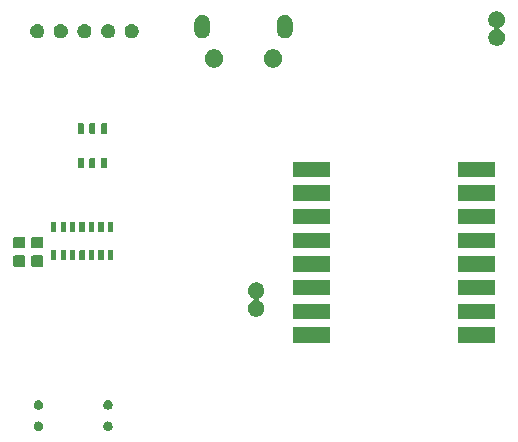
<source format=gbs>
G04 #@! TF.GenerationSoftware,KiCad,Pcbnew,(5.1.5)-3*
G04 #@! TF.CreationDate,2020-08-26T12:51:06+03:00*
G04 #@! TF.ProjectId,body_temp,626f6479-5f74-4656-9d70-2e6b69636164,rev?*
G04 #@! TF.SameCoordinates,Original*
G04 #@! TF.FileFunction,Soldermask,Bot*
G04 #@! TF.FilePolarity,Negative*
%FSLAX46Y46*%
G04 Gerber Fmt 4.6, Leading zero omitted, Abs format (unit mm)*
G04 Created by KiCad (PCBNEW (5.1.5)-3) date 2020-08-26 12:51:06*
%MOMM*%
%LPD*%
G04 APERTURE LIST*
%ADD10C,0.100000*%
G04 APERTURE END LIST*
D10*
G36*
X25119231Y-50205705D02*
G01*
X25157967Y-50213410D01*
X25188195Y-50225931D01*
X25230944Y-50243638D01*
X25296622Y-50287523D01*
X25352477Y-50343378D01*
X25396362Y-50409056D01*
X25426590Y-50482034D01*
X25442000Y-50559504D01*
X25442000Y-50638496D01*
X25426590Y-50715966D01*
X25396362Y-50788944D01*
X25352477Y-50854622D01*
X25296622Y-50910477D01*
X25230944Y-50954362D01*
X25188195Y-50972069D01*
X25157967Y-50984590D01*
X25119231Y-50992295D01*
X25080496Y-51000000D01*
X25001504Y-51000000D01*
X24962769Y-50992295D01*
X24924033Y-50984590D01*
X24893805Y-50972069D01*
X24851056Y-50954362D01*
X24785378Y-50910477D01*
X24729523Y-50854622D01*
X24685638Y-50788944D01*
X24655410Y-50715966D01*
X24640000Y-50638496D01*
X24640000Y-50559504D01*
X24655410Y-50482034D01*
X24685638Y-50409056D01*
X24729523Y-50343378D01*
X24785378Y-50287523D01*
X24851056Y-50243638D01*
X24893805Y-50225931D01*
X24924033Y-50213410D01*
X24962769Y-50205705D01*
X25001504Y-50198000D01*
X25080496Y-50198000D01*
X25119231Y-50205705D01*
G37*
G36*
X19233231Y-50205705D02*
G01*
X19271967Y-50213410D01*
X19302195Y-50225931D01*
X19344944Y-50243638D01*
X19410622Y-50287523D01*
X19466477Y-50343378D01*
X19510362Y-50409056D01*
X19540590Y-50482034D01*
X19556000Y-50559504D01*
X19556000Y-50638496D01*
X19540590Y-50715966D01*
X19510362Y-50788944D01*
X19466477Y-50854622D01*
X19410622Y-50910477D01*
X19344944Y-50954362D01*
X19302195Y-50972069D01*
X19271967Y-50984590D01*
X19233231Y-50992295D01*
X19194496Y-51000000D01*
X19115504Y-51000000D01*
X19076769Y-50992295D01*
X19038033Y-50984590D01*
X19007805Y-50972069D01*
X18965056Y-50954362D01*
X18899378Y-50910477D01*
X18843523Y-50854622D01*
X18799638Y-50788944D01*
X18769410Y-50715966D01*
X18754000Y-50638496D01*
X18754000Y-50559504D01*
X18769410Y-50482034D01*
X18799638Y-50409056D01*
X18843523Y-50343378D01*
X18899378Y-50287523D01*
X18965056Y-50243638D01*
X19007805Y-50225931D01*
X19038033Y-50213410D01*
X19076769Y-50205705D01*
X19115504Y-50198000D01*
X19194496Y-50198000D01*
X19233231Y-50205705D01*
G37*
G36*
X19233231Y-48405705D02*
G01*
X19271967Y-48413410D01*
X19302195Y-48425931D01*
X19344944Y-48443638D01*
X19410622Y-48487523D01*
X19466477Y-48543378D01*
X19510362Y-48609056D01*
X19540590Y-48682034D01*
X19556000Y-48759504D01*
X19556000Y-48838496D01*
X19540590Y-48915966D01*
X19510362Y-48988944D01*
X19466477Y-49054622D01*
X19410622Y-49110477D01*
X19344944Y-49154362D01*
X19302195Y-49172069D01*
X19271967Y-49184590D01*
X19233231Y-49192295D01*
X19194496Y-49200000D01*
X19115504Y-49200000D01*
X19076769Y-49192295D01*
X19038033Y-49184590D01*
X19007805Y-49172069D01*
X18965056Y-49154362D01*
X18899378Y-49110477D01*
X18843523Y-49054622D01*
X18799638Y-48988944D01*
X18769410Y-48915966D01*
X18754000Y-48838496D01*
X18754000Y-48759504D01*
X18769410Y-48682034D01*
X18799638Y-48609056D01*
X18843523Y-48543378D01*
X18899378Y-48487523D01*
X18965056Y-48443638D01*
X19007805Y-48425931D01*
X19038033Y-48413410D01*
X19076769Y-48405705D01*
X19115504Y-48398000D01*
X19194496Y-48398000D01*
X19233231Y-48405705D01*
G37*
G36*
X25119231Y-48405705D02*
G01*
X25157967Y-48413410D01*
X25188195Y-48425931D01*
X25230944Y-48443638D01*
X25296622Y-48487523D01*
X25352477Y-48543378D01*
X25396362Y-48609056D01*
X25426590Y-48682034D01*
X25442000Y-48759504D01*
X25442000Y-48838496D01*
X25426590Y-48915966D01*
X25396362Y-48988944D01*
X25352477Y-49054622D01*
X25296622Y-49110477D01*
X25230944Y-49154362D01*
X25188195Y-49172069D01*
X25157967Y-49184590D01*
X25119231Y-49192295D01*
X25080496Y-49200000D01*
X25001504Y-49200000D01*
X24962769Y-49192295D01*
X24924033Y-49184590D01*
X24893805Y-49172069D01*
X24851056Y-49154362D01*
X24785378Y-49110477D01*
X24729523Y-49054622D01*
X24685638Y-48988944D01*
X24655410Y-48915966D01*
X24640000Y-48838496D01*
X24640000Y-48759504D01*
X24655410Y-48682034D01*
X24685638Y-48609056D01*
X24729523Y-48543378D01*
X24785378Y-48487523D01*
X24851056Y-48443638D01*
X24893805Y-48425931D01*
X24924033Y-48413410D01*
X24962769Y-48405705D01*
X25001504Y-48398000D01*
X25080496Y-48398000D01*
X25119231Y-48405705D01*
G37*
G36*
X57827000Y-43521000D02*
G01*
X54725000Y-43521000D01*
X54725000Y-42219000D01*
X57827000Y-42219000D01*
X57827000Y-43521000D01*
G37*
G36*
X43827000Y-43521000D02*
G01*
X40725000Y-43521000D01*
X40725000Y-42219000D01*
X43827000Y-42219000D01*
X43827000Y-43521000D01*
G37*
G36*
X57827000Y-41521000D02*
G01*
X54725000Y-41521000D01*
X54725000Y-40219000D01*
X57827000Y-40219000D01*
X57827000Y-41521000D01*
G37*
G36*
X43827000Y-41521000D02*
G01*
X40725000Y-41521000D01*
X40725000Y-40219000D01*
X43827000Y-40219000D01*
X43827000Y-41521000D01*
G37*
G36*
X37796473Y-38441938D02*
G01*
X37924049Y-38494782D01*
X38038859Y-38571495D01*
X38136505Y-38669141D01*
X38213218Y-38783951D01*
X38266062Y-38911527D01*
X38293000Y-39046956D01*
X38293000Y-39185044D01*
X38266062Y-39320473D01*
X38213218Y-39448049D01*
X38136505Y-39562859D01*
X38038859Y-39660505D01*
X37924051Y-39737217D01*
X37891944Y-39750516D01*
X37870334Y-39762067D01*
X37851392Y-39777613D01*
X37835847Y-39796555D01*
X37824296Y-39818165D01*
X37817183Y-39841614D01*
X37814781Y-39866001D01*
X37817183Y-39890387D01*
X37824296Y-39913836D01*
X37835847Y-39935446D01*
X37851393Y-39954388D01*
X37870335Y-39969933D01*
X37891944Y-39981484D01*
X37924051Y-39994783D01*
X38038859Y-40071495D01*
X38136505Y-40169141D01*
X38213218Y-40283951D01*
X38266062Y-40411527D01*
X38293000Y-40546956D01*
X38293000Y-40685044D01*
X38266062Y-40820473D01*
X38213218Y-40948049D01*
X38136505Y-41062859D01*
X38038859Y-41160505D01*
X37924049Y-41237218D01*
X37796473Y-41290062D01*
X37661044Y-41317000D01*
X37522956Y-41317000D01*
X37387527Y-41290062D01*
X37259951Y-41237218D01*
X37145141Y-41160505D01*
X37047495Y-41062859D01*
X36970782Y-40948049D01*
X36917938Y-40820473D01*
X36891000Y-40685044D01*
X36891000Y-40546956D01*
X36917938Y-40411527D01*
X36970782Y-40283951D01*
X37047495Y-40169141D01*
X37145141Y-40071495D01*
X37259949Y-39994783D01*
X37292056Y-39981484D01*
X37313666Y-39969933D01*
X37332608Y-39954387D01*
X37348153Y-39935445D01*
X37359704Y-39913835D01*
X37366817Y-39890386D01*
X37369219Y-39865999D01*
X37366817Y-39841613D01*
X37359704Y-39818164D01*
X37348153Y-39796554D01*
X37332607Y-39777612D01*
X37313665Y-39762067D01*
X37292056Y-39750516D01*
X37259949Y-39737217D01*
X37145141Y-39660505D01*
X37047495Y-39562859D01*
X36970782Y-39448049D01*
X36917938Y-39320473D01*
X36891000Y-39185044D01*
X36891000Y-39046956D01*
X36917938Y-38911527D01*
X36970782Y-38783951D01*
X37047495Y-38669141D01*
X37145141Y-38571495D01*
X37259951Y-38494782D01*
X37387527Y-38441938D01*
X37522956Y-38415000D01*
X37661044Y-38415000D01*
X37796473Y-38441938D01*
G37*
G36*
X43827000Y-39521000D02*
G01*
X40725000Y-39521000D01*
X40725000Y-38219000D01*
X43827000Y-38219000D01*
X43827000Y-39521000D01*
G37*
G36*
X57827000Y-39521000D02*
G01*
X54725000Y-39521000D01*
X54725000Y-38219000D01*
X57827000Y-38219000D01*
X57827000Y-39521000D01*
G37*
G36*
X43827000Y-37521000D02*
G01*
X40725000Y-37521000D01*
X40725000Y-36219000D01*
X43827000Y-36219000D01*
X43827000Y-37521000D01*
G37*
G36*
X57827000Y-37521000D02*
G01*
X54725000Y-37521000D01*
X54725000Y-36219000D01*
X57827000Y-36219000D01*
X57827000Y-37521000D01*
G37*
G36*
X17905591Y-36142585D02*
G01*
X17939569Y-36152893D01*
X17970890Y-36169634D01*
X17998339Y-36192161D01*
X18020866Y-36219610D01*
X18037607Y-36250931D01*
X18047915Y-36284909D01*
X18052000Y-36326390D01*
X18052000Y-36927610D01*
X18047915Y-36969091D01*
X18037607Y-37003069D01*
X18020866Y-37034390D01*
X17998339Y-37061839D01*
X17970890Y-37084366D01*
X17939569Y-37101107D01*
X17905591Y-37111415D01*
X17864110Y-37115500D01*
X17187890Y-37115500D01*
X17146409Y-37111415D01*
X17112431Y-37101107D01*
X17081110Y-37084366D01*
X17053661Y-37061839D01*
X17031134Y-37034390D01*
X17014393Y-37003069D01*
X17004085Y-36969091D01*
X17000000Y-36927610D01*
X17000000Y-36326390D01*
X17004085Y-36284909D01*
X17014393Y-36250931D01*
X17031134Y-36219610D01*
X17053661Y-36192161D01*
X17081110Y-36169634D01*
X17112431Y-36152893D01*
X17146409Y-36142585D01*
X17187890Y-36138500D01*
X17864110Y-36138500D01*
X17905591Y-36142585D01*
G37*
G36*
X19429591Y-36142585D02*
G01*
X19463569Y-36152893D01*
X19494890Y-36169634D01*
X19522339Y-36192161D01*
X19544866Y-36219610D01*
X19561607Y-36250931D01*
X19571915Y-36284909D01*
X19576000Y-36326390D01*
X19576000Y-36927610D01*
X19571915Y-36969091D01*
X19561607Y-37003069D01*
X19544866Y-37034390D01*
X19522339Y-37061839D01*
X19494890Y-37084366D01*
X19463569Y-37101107D01*
X19429591Y-37111415D01*
X19388110Y-37115500D01*
X18711890Y-37115500D01*
X18670409Y-37111415D01*
X18636431Y-37101107D01*
X18605110Y-37084366D01*
X18577661Y-37061839D01*
X18555134Y-37034390D01*
X18538393Y-37003069D01*
X18528085Y-36969091D01*
X18524000Y-36927610D01*
X18524000Y-36326390D01*
X18528085Y-36284909D01*
X18538393Y-36250931D01*
X18555134Y-36219610D01*
X18577661Y-36192161D01*
X18605110Y-36169634D01*
X18636431Y-36152893D01*
X18670409Y-36142585D01*
X18711890Y-36138500D01*
X19388110Y-36138500D01*
X19429591Y-36142585D01*
G37*
G36*
X25445232Y-35700563D02*
G01*
X25454595Y-35703403D01*
X25463224Y-35708016D01*
X25470782Y-35714218D01*
X25476984Y-35721776D01*
X25481597Y-35730405D01*
X25484437Y-35739768D01*
X25486000Y-35755640D01*
X25486000Y-36494360D01*
X25484437Y-36510232D01*
X25481597Y-36519595D01*
X25476984Y-36528224D01*
X25470782Y-36535782D01*
X25463224Y-36541984D01*
X25454595Y-36546597D01*
X25445232Y-36549437D01*
X25429360Y-36551000D01*
X25090640Y-36551000D01*
X25074768Y-36549437D01*
X25065405Y-36546597D01*
X25056776Y-36541984D01*
X25049218Y-36535782D01*
X25043016Y-36528224D01*
X25038403Y-36519595D01*
X25035563Y-36510232D01*
X25034000Y-36494360D01*
X25034000Y-35755640D01*
X25035563Y-35739768D01*
X25038403Y-35730405D01*
X25043016Y-35721776D01*
X25049218Y-35714218D01*
X25056776Y-35708016D01*
X25065405Y-35703403D01*
X25074768Y-35700563D01*
X25090640Y-35699000D01*
X25429360Y-35699000D01*
X25445232Y-35700563D01*
G37*
G36*
X20645232Y-35700563D02*
G01*
X20654595Y-35703403D01*
X20663224Y-35708016D01*
X20670782Y-35714218D01*
X20676984Y-35721776D01*
X20681597Y-35730405D01*
X20684437Y-35739768D01*
X20686000Y-35755640D01*
X20686000Y-36494360D01*
X20684437Y-36510232D01*
X20681597Y-36519595D01*
X20676984Y-36528224D01*
X20670782Y-36535782D01*
X20663224Y-36541984D01*
X20654595Y-36546597D01*
X20645232Y-36549437D01*
X20629360Y-36551000D01*
X20290640Y-36551000D01*
X20274768Y-36549437D01*
X20265405Y-36546597D01*
X20256776Y-36541984D01*
X20249218Y-36535782D01*
X20243016Y-36528224D01*
X20238403Y-36519595D01*
X20235563Y-36510232D01*
X20234000Y-36494360D01*
X20234000Y-35755640D01*
X20235563Y-35739768D01*
X20238403Y-35730405D01*
X20243016Y-35721776D01*
X20249218Y-35714218D01*
X20256776Y-35708016D01*
X20265405Y-35703403D01*
X20274768Y-35700563D01*
X20290640Y-35699000D01*
X20629360Y-35699000D01*
X20645232Y-35700563D01*
G37*
G36*
X21445232Y-35700563D02*
G01*
X21454595Y-35703403D01*
X21463224Y-35708016D01*
X21470782Y-35714218D01*
X21476984Y-35721776D01*
X21481597Y-35730405D01*
X21484437Y-35739768D01*
X21486000Y-35755640D01*
X21486000Y-36494360D01*
X21484437Y-36510232D01*
X21481597Y-36519595D01*
X21476984Y-36528224D01*
X21470782Y-36535782D01*
X21463224Y-36541984D01*
X21454595Y-36546597D01*
X21445232Y-36549437D01*
X21429360Y-36551000D01*
X21090640Y-36551000D01*
X21074768Y-36549437D01*
X21065405Y-36546597D01*
X21056776Y-36541984D01*
X21049218Y-36535782D01*
X21043016Y-36528224D01*
X21038403Y-36519595D01*
X21035563Y-36510232D01*
X21034000Y-36494360D01*
X21034000Y-35755640D01*
X21035563Y-35739768D01*
X21038403Y-35730405D01*
X21043016Y-35721776D01*
X21049218Y-35714218D01*
X21056776Y-35708016D01*
X21065405Y-35703403D01*
X21074768Y-35700563D01*
X21090640Y-35699000D01*
X21429360Y-35699000D01*
X21445232Y-35700563D01*
G37*
G36*
X22245232Y-35700563D02*
G01*
X22254595Y-35703403D01*
X22263224Y-35708016D01*
X22270782Y-35714218D01*
X22276984Y-35721776D01*
X22281597Y-35730405D01*
X22284437Y-35739768D01*
X22286000Y-35755640D01*
X22286000Y-36494360D01*
X22284437Y-36510232D01*
X22281597Y-36519595D01*
X22276984Y-36528224D01*
X22270782Y-36535782D01*
X22263224Y-36541984D01*
X22254595Y-36546597D01*
X22245232Y-36549437D01*
X22229360Y-36551000D01*
X21890640Y-36551000D01*
X21874768Y-36549437D01*
X21865405Y-36546597D01*
X21856776Y-36541984D01*
X21849218Y-36535782D01*
X21843016Y-36528224D01*
X21838403Y-36519595D01*
X21835563Y-36510232D01*
X21834000Y-36494360D01*
X21834000Y-35755640D01*
X21835563Y-35739768D01*
X21838403Y-35730405D01*
X21843016Y-35721776D01*
X21849218Y-35714218D01*
X21856776Y-35708016D01*
X21865405Y-35703403D01*
X21874768Y-35700563D01*
X21890640Y-35699000D01*
X22229360Y-35699000D01*
X22245232Y-35700563D01*
G37*
G36*
X23045232Y-35700563D02*
G01*
X23054595Y-35703403D01*
X23063224Y-35708016D01*
X23070782Y-35714218D01*
X23076984Y-35721776D01*
X23081597Y-35730405D01*
X23084437Y-35739768D01*
X23086000Y-35755640D01*
X23086000Y-36494360D01*
X23084437Y-36510232D01*
X23081597Y-36519595D01*
X23076984Y-36528224D01*
X23070782Y-36535782D01*
X23063224Y-36541984D01*
X23054595Y-36546597D01*
X23045232Y-36549437D01*
X23029360Y-36551000D01*
X22690640Y-36551000D01*
X22674768Y-36549437D01*
X22665405Y-36546597D01*
X22656776Y-36541984D01*
X22649218Y-36535782D01*
X22643016Y-36528224D01*
X22638403Y-36519595D01*
X22635563Y-36510232D01*
X22634000Y-36494360D01*
X22634000Y-35755640D01*
X22635563Y-35739768D01*
X22638403Y-35730405D01*
X22643016Y-35721776D01*
X22649218Y-35714218D01*
X22656776Y-35708016D01*
X22665405Y-35703403D01*
X22674768Y-35700563D01*
X22690640Y-35699000D01*
X23029360Y-35699000D01*
X23045232Y-35700563D01*
G37*
G36*
X23845232Y-35700563D02*
G01*
X23854595Y-35703403D01*
X23863224Y-35708016D01*
X23870782Y-35714218D01*
X23876984Y-35721776D01*
X23881597Y-35730405D01*
X23884437Y-35739768D01*
X23886000Y-35755640D01*
X23886000Y-36494360D01*
X23884437Y-36510232D01*
X23881597Y-36519595D01*
X23876984Y-36528224D01*
X23870782Y-36535782D01*
X23863224Y-36541984D01*
X23854595Y-36546597D01*
X23845232Y-36549437D01*
X23829360Y-36551000D01*
X23490640Y-36551000D01*
X23474768Y-36549437D01*
X23465405Y-36546597D01*
X23456776Y-36541984D01*
X23449218Y-36535782D01*
X23443016Y-36528224D01*
X23438403Y-36519595D01*
X23435563Y-36510232D01*
X23434000Y-36494360D01*
X23434000Y-35755640D01*
X23435563Y-35739768D01*
X23438403Y-35730405D01*
X23443016Y-35721776D01*
X23449218Y-35714218D01*
X23456776Y-35708016D01*
X23465405Y-35703403D01*
X23474768Y-35700563D01*
X23490640Y-35699000D01*
X23829360Y-35699000D01*
X23845232Y-35700563D01*
G37*
G36*
X24645232Y-35700563D02*
G01*
X24654595Y-35703403D01*
X24663224Y-35708016D01*
X24670782Y-35714218D01*
X24676984Y-35721776D01*
X24681597Y-35730405D01*
X24684437Y-35739768D01*
X24686000Y-35755640D01*
X24686000Y-36494360D01*
X24684437Y-36510232D01*
X24681597Y-36519595D01*
X24676984Y-36528224D01*
X24670782Y-36535782D01*
X24663224Y-36541984D01*
X24654595Y-36546597D01*
X24645232Y-36549437D01*
X24629360Y-36551000D01*
X24290640Y-36551000D01*
X24274768Y-36549437D01*
X24265405Y-36546597D01*
X24256776Y-36541984D01*
X24249218Y-36535782D01*
X24243016Y-36528224D01*
X24238403Y-36519595D01*
X24235563Y-36510232D01*
X24234000Y-36494360D01*
X24234000Y-35755640D01*
X24235563Y-35739768D01*
X24238403Y-35730405D01*
X24243016Y-35721776D01*
X24249218Y-35714218D01*
X24256776Y-35708016D01*
X24265405Y-35703403D01*
X24274768Y-35700563D01*
X24290640Y-35699000D01*
X24629360Y-35699000D01*
X24645232Y-35700563D01*
G37*
G36*
X19429591Y-34567585D02*
G01*
X19463569Y-34577893D01*
X19494890Y-34594634D01*
X19522339Y-34617161D01*
X19544866Y-34644610D01*
X19561607Y-34675931D01*
X19571915Y-34709909D01*
X19576000Y-34751390D01*
X19576000Y-35352610D01*
X19571915Y-35394091D01*
X19561607Y-35428069D01*
X19544866Y-35459390D01*
X19522339Y-35486839D01*
X19494890Y-35509366D01*
X19463569Y-35526107D01*
X19429591Y-35536415D01*
X19388110Y-35540500D01*
X18711890Y-35540500D01*
X18670409Y-35536415D01*
X18636431Y-35526107D01*
X18605110Y-35509366D01*
X18577661Y-35486839D01*
X18555134Y-35459390D01*
X18538393Y-35428069D01*
X18528085Y-35394091D01*
X18524000Y-35352610D01*
X18524000Y-34751390D01*
X18528085Y-34709909D01*
X18538393Y-34675931D01*
X18555134Y-34644610D01*
X18577661Y-34617161D01*
X18605110Y-34594634D01*
X18636431Y-34577893D01*
X18670409Y-34567585D01*
X18711890Y-34563500D01*
X19388110Y-34563500D01*
X19429591Y-34567585D01*
G37*
G36*
X17905591Y-34567585D02*
G01*
X17939569Y-34577893D01*
X17970890Y-34594634D01*
X17998339Y-34617161D01*
X18020866Y-34644610D01*
X18037607Y-34675931D01*
X18047915Y-34709909D01*
X18052000Y-34751390D01*
X18052000Y-35352610D01*
X18047915Y-35394091D01*
X18037607Y-35428069D01*
X18020866Y-35459390D01*
X17998339Y-35486839D01*
X17970890Y-35509366D01*
X17939569Y-35526107D01*
X17905591Y-35536415D01*
X17864110Y-35540500D01*
X17187890Y-35540500D01*
X17146409Y-35536415D01*
X17112431Y-35526107D01*
X17081110Y-35509366D01*
X17053661Y-35486839D01*
X17031134Y-35459390D01*
X17014393Y-35428069D01*
X17004085Y-35394091D01*
X17000000Y-35352610D01*
X17000000Y-34751390D01*
X17004085Y-34709909D01*
X17014393Y-34675931D01*
X17031134Y-34644610D01*
X17053661Y-34617161D01*
X17081110Y-34594634D01*
X17112431Y-34577893D01*
X17146409Y-34567585D01*
X17187890Y-34563500D01*
X17864110Y-34563500D01*
X17905591Y-34567585D01*
G37*
G36*
X43827000Y-35521000D02*
G01*
X40725000Y-35521000D01*
X40725000Y-34219000D01*
X43827000Y-34219000D01*
X43827000Y-35521000D01*
G37*
G36*
X57827000Y-35521000D02*
G01*
X54725000Y-35521000D01*
X54725000Y-34219000D01*
X57827000Y-34219000D01*
X57827000Y-35521000D01*
G37*
G36*
X23045232Y-33300563D02*
G01*
X23054595Y-33303403D01*
X23063224Y-33308016D01*
X23070782Y-33314218D01*
X23076984Y-33321776D01*
X23081597Y-33330405D01*
X23084437Y-33339768D01*
X23086000Y-33355640D01*
X23086000Y-34094360D01*
X23084437Y-34110232D01*
X23081597Y-34119595D01*
X23076984Y-34128224D01*
X23070782Y-34135782D01*
X23063224Y-34141984D01*
X23054595Y-34146597D01*
X23045232Y-34149437D01*
X23029360Y-34151000D01*
X22690640Y-34151000D01*
X22674768Y-34149437D01*
X22665405Y-34146597D01*
X22656776Y-34141984D01*
X22649218Y-34135782D01*
X22643016Y-34128224D01*
X22638403Y-34119595D01*
X22635563Y-34110232D01*
X22634000Y-34094360D01*
X22634000Y-33355640D01*
X22635563Y-33339768D01*
X22638403Y-33330405D01*
X22643016Y-33321776D01*
X22649218Y-33314218D01*
X22656776Y-33308016D01*
X22665405Y-33303403D01*
X22674768Y-33300563D01*
X22690640Y-33299000D01*
X23029360Y-33299000D01*
X23045232Y-33300563D01*
G37*
G36*
X20645232Y-33300563D02*
G01*
X20654595Y-33303403D01*
X20663224Y-33308016D01*
X20670782Y-33314218D01*
X20676984Y-33321776D01*
X20681597Y-33330405D01*
X20684437Y-33339768D01*
X20686000Y-33355640D01*
X20686000Y-34094360D01*
X20684437Y-34110232D01*
X20681597Y-34119595D01*
X20676984Y-34128224D01*
X20670782Y-34135782D01*
X20663224Y-34141984D01*
X20654595Y-34146597D01*
X20645232Y-34149437D01*
X20629360Y-34151000D01*
X20290640Y-34151000D01*
X20274768Y-34149437D01*
X20265405Y-34146597D01*
X20256776Y-34141984D01*
X20249218Y-34135782D01*
X20243016Y-34128224D01*
X20238403Y-34119595D01*
X20235563Y-34110232D01*
X20234000Y-34094360D01*
X20234000Y-33355640D01*
X20235563Y-33339768D01*
X20238403Y-33330405D01*
X20243016Y-33321776D01*
X20249218Y-33314218D01*
X20256776Y-33308016D01*
X20265405Y-33303403D01*
X20274768Y-33300563D01*
X20290640Y-33299000D01*
X20629360Y-33299000D01*
X20645232Y-33300563D01*
G37*
G36*
X22245232Y-33300563D02*
G01*
X22254595Y-33303403D01*
X22263224Y-33308016D01*
X22270782Y-33314218D01*
X22276984Y-33321776D01*
X22281597Y-33330405D01*
X22284437Y-33339768D01*
X22286000Y-33355640D01*
X22286000Y-34094360D01*
X22284437Y-34110232D01*
X22281597Y-34119595D01*
X22276984Y-34128224D01*
X22270782Y-34135782D01*
X22263224Y-34141984D01*
X22254595Y-34146597D01*
X22245232Y-34149437D01*
X22229360Y-34151000D01*
X21890640Y-34151000D01*
X21874768Y-34149437D01*
X21865405Y-34146597D01*
X21856776Y-34141984D01*
X21849218Y-34135782D01*
X21843016Y-34128224D01*
X21838403Y-34119595D01*
X21835563Y-34110232D01*
X21834000Y-34094360D01*
X21834000Y-33355640D01*
X21835563Y-33339768D01*
X21838403Y-33330405D01*
X21843016Y-33321776D01*
X21849218Y-33314218D01*
X21856776Y-33308016D01*
X21865405Y-33303403D01*
X21874768Y-33300563D01*
X21890640Y-33299000D01*
X22229360Y-33299000D01*
X22245232Y-33300563D01*
G37*
G36*
X21445232Y-33300563D02*
G01*
X21454595Y-33303403D01*
X21463224Y-33308016D01*
X21470782Y-33314218D01*
X21476984Y-33321776D01*
X21481597Y-33330405D01*
X21484437Y-33339768D01*
X21486000Y-33355640D01*
X21486000Y-34094360D01*
X21484437Y-34110232D01*
X21481597Y-34119595D01*
X21476984Y-34128224D01*
X21470782Y-34135782D01*
X21463224Y-34141984D01*
X21454595Y-34146597D01*
X21445232Y-34149437D01*
X21429360Y-34151000D01*
X21090640Y-34151000D01*
X21074768Y-34149437D01*
X21065405Y-34146597D01*
X21056776Y-34141984D01*
X21049218Y-34135782D01*
X21043016Y-34128224D01*
X21038403Y-34119595D01*
X21035563Y-34110232D01*
X21034000Y-34094360D01*
X21034000Y-33355640D01*
X21035563Y-33339768D01*
X21038403Y-33330405D01*
X21043016Y-33321776D01*
X21049218Y-33314218D01*
X21056776Y-33308016D01*
X21065405Y-33303403D01*
X21074768Y-33300563D01*
X21090640Y-33299000D01*
X21429360Y-33299000D01*
X21445232Y-33300563D01*
G37*
G36*
X24645232Y-33300563D02*
G01*
X24654595Y-33303403D01*
X24663224Y-33308016D01*
X24670782Y-33314218D01*
X24676984Y-33321776D01*
X24681597Y-33330405D01*
X24684437Y-33339768D01*
X24686000Y-33355640D01*
X24686000Y-34094360D01*
X24684437Y-34110232D01*
X24681597Y-34119595D01*
X24676984Y-34128224D01*
X24670782Y-34135782D01*
X24663224Y-34141984D01*
X24654595Y-34146597D01*
X24645232Y-34149437D01*
X24629360Y-34151000D01*
X24290640Y-34151000D01*
X24274768Y-34149437D01*
X24265405Y-34146597D01*
X24256776Y-34141984D01*
X24249218Y-34135782D01*
X24243016Y-34128224D01*
X24238403Y-34119595D01*
X24235563Y-34110232D01*
X24234000Y-34094360D01*
X24234000Y-33355640D01*
X24235563Y-33339768D01*
X24238403Y-33330405D01*
X24243016Y-33321776D01*
X24249218Y-33314218D01*
X24256776Y-33308016D01*
X24265405Y-33303403D01*
X24274768Y-33300563D01*
X24290640Y-33299000D01*
X24629360Y-33299000D01*
X24645232Y-33300563D01*
G37*
G36*
X25445232Y-33300563D02*
G01*
X25454595Y-33303403D01*
X25463224Y-33308016D01*
X25470782Y-33314218D01*
X25476984Y-33321776D01*
X25481597Y-33330405D01*
X25484437Y-33339768D01*
X25486000Y-33355640D01*
X25486000Y-34094360D01*
X25484437Y-34110232D01*
X25481597Y-34119595D01*
X25476984Y-34128224D01*
X25470782Y-34135782D01*
X25463224Y-34141984D01*
X25454595Y-34146597D01*
X25445232Y-34149437D01*
X25429360Y-34151000D01*
X25090640Y-34151000D01*
X25074768Y-34149437D01*
X25065405Y-34146597D01*
X25056776Y-34141984D01*
X25049218Y-34135782D01*
X25043016Y-34128224D01*
X25038403Y-34119595D01*
X25035563Y-34110232D01*
X25034000Y-34094360D01*
X25034000Y-33355640D01*
X25035563Y-33339768D01*
X25038403Y-33330405D01*
X25043016Y-33321776D01*
X25049218Y-33314218D01*
X25056776Y-33308016D01*
X25065405Y-33303403D01*
X25074768Y-33300563D01*
X25090640Y-33299000D01*
X25429360Y-33299000D01*
X25445232Y-33300563D01*
G37*
G36*
X23845232Y-33300563D02*
G01*
X23854595Y-33303403D01*
X23863224Y-33308016D01*
X23870782Y-33314218D01*
X23876984Y-33321776D01*
X23881597Y-33330405D01*
X23884437Y-33339768D01*
X23886000Y-33355640D01*
X23886000Y-34094360D01*
X23884437Y-34110232D01*
X23881597Y-34119595D01*
X23876984Y-34128224D01*
X23870782Y-34135782D01*
X23863224Y-34141984D01*
X23854595Y-34146597D01*
X23845232Y-34149437D01*
X23829360Y-34151000D01*
X23490640Y-34151000D01*
X23474768Y-34149437D01*
X23465405Y-34146597D01*
X23456776Y-34141984D01*
X23449218Y-34135782D01*
X23443016Y-34128224D01*
X23438403Y-34119595D01*
X23435563Y-34110232D01*
X23434000Y-34094360D01*
X23434000Y-33355640D01*
X23435563Y-33339768D01*
X23438403Y-33330405D01*
X23443016Y-33321776D01*
X23449218Y-33314218D01*
X23456776Y-33308016D01*
X23465405Y-33303403D01*
X23474768Y-33300563D01*
X23490640Y-33299000D01*
X23829360Y-33299000D01*
X23845232Y-33300563D01*
G37*
G36*
X57827000Y-33521000D02*
G01*
X54725000Y-33521000D01*
X54725000Y-32219000D01*
X57827000Y-32219000D01*
X57827000Y-33521000D01*
G37*
G36*
X43827000Y-33521000D02*
G01*
X40725000Y-33521000D01*
X40725000Y-32219000D01*
X43827000Y-32219000D01*
X43827000Y-33521000D01*
G37*
G36*
X57827000Y-31521000D02*
G01*
X54725000Y-31521000D01*
X54725000Y-30219000D01*
X57827000Y-30219000D01*
X57827000Y-31521000D01*
G37*
G36*
X43827000Y-31521000D02*
G01*
X40725000Y-31521000D01*
X40725000Y-30219000D01*
X43827000Y-30219000D01*
X43827000Y-31521000D01*
G37*
G36*
X43827000Y-29521000D02*
G01*
X40725000Y-29521000D01*
X40725000Y-28219000D01*
X43827000Y-28219000D01*
X43827000Y-29521000D01*
G37*
G36*
X57827000Y-29521000D02*
G01*
X54725000Y-29521000D01*
X54725000Y-28219000D01*
X57827000Y-28219000D01*
X57827000Y-29521000D01*
G37*
G36*
X24933170Y-27871803D02*
G01*
X24944875Y-27875354D01*
X24955665Y-27881121D01*
X24965119Y-27888881D01*
X24972879Y-27898335D01*
X24978646Y-27909125D01*
X24982197Y-27920830D01*
X24984000Y-27939138D01*
X24984000Y-28702862D01*
X24982197Y-28721170D01*
X24978646Y-28732875D01*
X24972879Y-28743665D01*
X24965119Y-28753119D01*
X24955665Y-28760879D01*
X24944875Y-28766646D01*
X24933170Y-28770197D01*
X24914862Y-28772000D01*
X24551138Y-28772000D01*
X24532830Y-28770197D01*
X24521125Y-28766646D01*
X24510335Y-28760879D01*
X24500881Y-28753119D01*
X24493121Y-28743665D01*
X24487354Y-28732875D01*
X24483803Y-28721170D01*
X24482000Y-28702862D01*
X24482000Y-27939138D01*
X24483803Y-27920830D01*
X24487354Y-27909125D01*
X24493121Y-27898335D01*
X24500881Y-27888881D01*
X24510335Y-27881121D01*
X24521125Y-27875354D01*
X24532830Y-27871803D01*
X24551138Y-27870000D01*
X24914862Y-27870000D01*
X24933170Y-27871803D01*
G37*
G36*
X23933170Y-27871803D02*
G01*
X23944875Y-27875354D01*
X23955665Y-27881121D01*
X23965119Y-27888881D01*
X23972879Y-27898335D01*
X23978646Y-27909125D01*
X23982197Y-27920830D01*
X23984000Y-27939138D01*
X23984000Y-28702862D01*
X23982197Y-28721170D01*
X23978646Y-28732875D01*
X23972879Y-28743665D01*
X23965119Y-28753119D01*
X23955665Y-28760879D01*
X23944875Y-28766646D01*
X23933170Y-28770197D01*
X23914862Y-28772000D01*
X23551138Y-28772000D01*
X23532830Y-28770197D01*
X23521125Y-28766646D01*
X23510335Y-28760879D01*
X23500881Y-28753119D01*
X23493121Y-28743665D01*
X23487354Y-28732875D01*
X23483803Y-28721170D01*
X23482000Y-28702862D01*
X23482000Y-27939138D01*
X23483803Y-27920830D01*
X23487354Y-27909125D01*
X23493121Y-27898335D01*
X23500881Y-27888881D01*
X23510335Y-27881121D01*
X23521125Y-27875354D01*
X23532830Y-27871803D01*
X23551138Y-27870000D01*
X23914862Y-27870000D01*
X23933170Y-27871803D01*
G37*
G36*
X22933170Y-27871803D02*
G01*
X22944875Y-27875354D01*
X22955665Y-27881121D01*
X22965119Y-27888881D01*
X22972879Y-27898335D01*
X22978646Y-27909125D01*
X22982197Y-27920830D01*
X22984000Y-27939138D01*
X22984000Y-28702862D01*
X22982197Y-28721170D01*
X22978646Y-28732875D01*
X22972879Y-28743665D01*
X22965119Y-28753119D01*
X22955665Y-28760879D01*
X22944875Y-28766646D01*
X22933170Y-28770197D01*
X22914862Y-28772000D01*
X22551138Y-28772000D01*
X22532830Y-28770197D01*
X22521125Y-28766646D01*
X22510335Y-28760879D01*
X22500881Y-28753119D01*
X22493121Y-28743665D01*
X22487354Y-28732875D01*
X22483803Y-28721170D01*
X22482000Y-28702862D01*
X22482000Y-27939138D01*
X22483803Y-27920830D01*
X22487354Y-27909125D01*
X22493121Y-27898335D01*
X22500881Y-27888881D01*
X22510335Y-27881121D01*
X22521125Y-27875354D01*
X22532830Y-27871803D01*
X22551138Y-27870000D01*
X22914862Y-27870000D01*
X22933170Y-27871803D01*
G37*
G36*
X24933170Y-24971803D02*
G01*
X24944875Y-24975354D01*
X24955665Y-24981121D01*
X24965119Y-24988881D01*
X24972879Y-24998335D01*
X24978646Y-25009125D01*
X24982197Y-25020830D01*
X24984000Y-25039138D01*
X24984000Y-25802862D01*
X24982197Y-25821170D01*
X24978646Y-25832875D01*
X24972879Y-25843665D01*
X24965119Y-25853119D01*
X24955665Y-25860879D01*
X24944875Y-25866646D01*
X24933170Y-25870197D01*
X24914862Y-25872000D01*
X24551138Y-25872000D01*
X24532830Y-25870197D01*
X24521125Y-25866646D01*
X24510335Y-25860879D01*
X24500881Y-25853119D01*
X24493121Y-25843665D01*
X24487354Y-25832875D01*
X24483803Y-25821170D01*
X24482000Y-25802862D01*
X24482000Y-25039138D01*
X24483803Y-25020830D01*
X24487354Y-25009125D01*
X24493121Y-24998335D01*
X24500881Y-24988881D01*
X24510335Y-24981121D01*
X24521125Y-24975354D01*
X24532830Y-24971803D01*
X24551138Y-24970000D01*
X24914862Y-24970000D01*
X24933170Y-24971803D01*
G37*
G36*
X22933170Y-24971803D02*
G01*
X22944875Y-24975354D01*
X22955665Y-24981121D01*
X22965119Y-24988881D01*
X22972879Y-24998335D01*
X22978646Y-25009125D01*
X22982197Y-25020830D01*
X22984000Y-25039138D01*
X22984000Y-25802862D01*
X22982197Y-25821170D01*
X22978646Y-25832875D01*
X22972879Y-25843665D01*
X22965119Y-25853119D01*
X22955665Y-25860879D01*
X22944875Y-25866646D01*
X22933170Y-25870197D01*
X22914862Y-25872000D01*
X22551138Y-25872000D01*
X22532830Y-25870197D01*
X22521125Y-25866646D01*
X22510335Y-25860879D01*
X22500881Y-25853119D01*
X22493121Y-25843665D01*
X22487354Y-25832875D01*
X22483803Y-25821170D01*
X22482000Y-25802862D01*
X22482000Y-25039138D01*
X22483803Y-25020830D01*
X22487354Y-25009125D01*
X22493121Y-24998335D01*
X22500881Y-24988881D01*
X22510335Y-24981121D01*
X22521125Y-24975354D01*
X22532830Y-24971803D01*
X22551138Y-24970000D01*
X22914862Y-24970000D01*
X22933170Y-24971803D01*
G37*
G36*
X23933170Y-24971803D02*
G01*
X23944875Y-24975354D01*
X23955665Y-24981121D01*
X23965119Y-24988881D01*
X23972879Y-24998335D01*
X23978646Y-25009125D01*
X23982197Y-25020830D01*
X23984000Y-25039138D01*
X23984000Y-25802862D01*
X23982197Y-25821170D01*
X23978646Y-25832875D01*
X23972879Y-25843665D01*
X23965119Y-25853119D01*
X23955665Y-25860879D01*
X23944875Y-25866646D01*
X23933170Y-25870197D01*
X23914862Y-25872000D01*
X23551138Y-25872000D01*
X23532830Y-25870197D01*
X23521125Y-25866646D01*
X23510335Y-25860879D01*
X23500881Y-25853119D01*
X23493121Y-25843665D01*
X23487354Y-25832875D01*
X23483803Y-25821170D01*
X23482000Y-25802862D01*
X23482000Y-25039138D01*
X23483803Y-25020830D01*
X23487354Y-25009125D01*
X23493121Y-24998335D01*
X23500881Y-24988881D01*
X23510335Y-24981121D01*
X23521125Y-24975354D01*
X23532830Y-24971803D01*
X23551138Y-24970000D01*
X23914862Y-24970000D01*
X23933170Y-24971803D01*
G37*
G36*
X39246348Y-18717820D02*
G01*
X39246350Y-18717821D01*
X39246351Y-18717821D01*
X39387574Y-18776317D01*
X39387577Y-18776319D01*
X39514669Y-18861239D01*
X39622761Y-18969331D01*
X39707681Y-19096423D01*
X39707683Y-19096426D01*
X39766179Y-19237649D01*
X39796000Y-19387571D01*
X39796000Y-19540429D01*
X39766179Y-19690351D01*
X39707683Y-19831574D01*
X39707681Y-19831577D01*
X39622761Y-19958669D01*
X39514669Y-20066761D01*
X39387577Y-20151681D01*
X39387574Y-20151683D01*
X39246351Y-20210179D01*
X39246350Y-20210179D01*
X39246348Y-20210180D01*
X39096431Y-20240000D01*
X38943569Y-20240000D01*
X38793652Y-20210180D01*
X38793650Y-20210179D01*
X38793649Y-20210179D01*
X38652426Y-20151683D01*
X38652423Y-20151681D01*
X38525331Y-20066761D01*
X38417239Y-19958669D01*
X38332319Y-19831577D01*
X38332317Y-19831574D01*
X38273821Y-19690351D01*
X38244000Y-19540429D01*
X38244000Y-19387571D01*
X38273821Y-19237649D01*
X38332317Y-19096426D01*
X38332319Y-19096423D01*
X38417239Y-18969331D01*
X38525331Y-18861239D01*
X38652423Y-18776319D01*
X38652426Y-18776317D01*
X38793649Y-18717821D01*
X38793650Y-18717821D01*
X38793652Y-18717820D01*
X38943569Y-18688000D01*
X39096431Y-18688000D01*
X39246348Y-18717820D01*
G37*
G36*
X34246348Y-18717820D02*
G01*
X34246350Y-18717821D01*
X34246351Y-18717821D01*
X34387574Y-18776317D01*
X34387577Y-18776319D01*
X34514669Y-18861239D01*
X34622761Y-18969331D01*
X34707681Y-19096423D01*
X34707683Y-19096426D01*
X34766179Y-19237649D01*
X34796000Y-19387571D01*
X34796000Y-19540429D01*
X34766179Y-19690351D01*
X34707683Y-19831574D01*
X34707681Y-19831577D01*
X34622761Y-19958669D01*
X34514669Y-20066761D01*
X34387577Y-20151681D01*
X34387574Y-20151683D01*
X34246351Y-20210179D01*
X34246350Y-20210179D01*
X34246348Y-20210180D01*
X34096431Y-20240000D01*
X33943569Y-20240000D01*
X33793652Y-20210180D01*
X33793650Y-20210179D01*
X33793649Y-20210179D01*
X33652426Y-20151683D01*
X33652423Y-20151681D01*
X33525331Y-20066761D01*
X33417239Y-19958669D01*
X33332319Y-19831577D01*
X33332317Y-19831574D01*
X33273821Y-19690351D01*
X33244000Y-19540429D01*
X33244000Y-19387571D01*
X33273821Y-19237649D01*
X33332317Y-19096426D01*
X33332319Y-19096423D01*
X33417239Y-18969331D01*
X33525331Y-18861239D01*
X33652423Y-18776319D01*
X33652426Y-18776317D01*
X33793649Y-18717821D01*
X33793650Y-18717821D01*
X33793652Y-18717820D01*
X33943569Y-18688000D01*
X34096431Y-18688000D01*
X34246348Y-18717820D01*
G37*
G36*
X58164473Y-15510938D02*
G01*
X58292049Y-15563782D01*
X58406859Y-15640495D01*
X58504505Y-15738141D01*
X58581218Y-15852951D01*
X58634062Y-15980527D01*
X58661000Y-16115956D01*
X58661000Y-16254044D01*
X58634062Y-16389473D01*
X58581218Y-16517049D01*
X58504505Y-16631859D01*
X58406859Y-16729505D01*
X58292051Y-16806217D01*
X58259944Y-16819516D01*
X58238334Y-16831067D01*
X58219392Y-16846613D01*
X58203847Y-16865555D01*
X58192296Y-16887165D01*
X58185183Y-16910614D01*
X58182781Y-16935001D01*
X58185183Y-16959387D01*
X58192296Y-16982836D01*
X58203847Y-17004446D01*
X58219393Y-17023388D01*
X58238335Y-17038933D01*
X58259944Y-17050484D01*
X58292051Y-17063783D01*
X58406859Y-17140495D01*
X58504505Y-17238141D01*
X58581218Y-17352951D01*
X58634062Y-17480527D01*
X58661000Y-17615956D01*
X58661000Y-17754044D01*
X58634062Y-17889473D01*
X58581218Y-18017049D01*
X58504505Y-18131859D01*
X58406859Y-18229505D01*
X58292049Y-18306218D01*
X58164473Y-18359062D01*
X58029044Y-18386000D01*
X57890956Y-18386000D01*
X57755527Y-18359062D01*
X57627951Y-18306218D01*
X57513141Y-18229505D01*
X57415495Y-18131859D01*
X57338782Y-18017049D01*
X57285938Y-17889473D01*
X57259000Y-17754044D01*
X57259000Y-17615956D01*
X57285938Y-17480527D01*
X57338782Y-17352951D01*
X57415495Y-17238141D01*
X57513141Y-17140495D01*
X57627949Y-17063783D01*
X57660056Y-17050484D01*
X57681666Y-17038933D01*
X57700608Y-17023387D01*
X57716153Y-17004445D01*
X57727704Y-16982835D01*
X57734817Y-16959386D01*
X57737219Y-16934999D01*
X57734817Y-16910613D01*
X57727704Y-16887164D01*
X57716153Y-16865554D01*
X57700607Y-16846612D01*
X57681665Y-16831067D01*
X57660056Y-16819516D01*
X57627949Y-16806217D01*
X57513141Y-16729505D01*
X57415495Y-16631859D01*
X57338782Y-16517049D01*
X57285938Y-16389473D01*
X57259000Y-16254044D01*
X57259000Y-16115956D01*
X57285938Y-15980527D01*
X57338782Y-15852951D01*
X57415495Y-15738141D01*
X57513141Y-15640495D01*
X57627951Y-15563782D01*
X57755527Y-15510938D01*
X57890956Y-15484000D01*
X58029044Y-15484000D01*
X58164473Y-15510938D01*
G37*
G36*
X33147618Y-15772420D02*
G01*
X33238404Y-15799960D01*
X33270336Y-15809646D01*
X33383425Y-15870094D01*
X33482554Y-15951446D01*
X33563906Y-16050575D01*
X33624354Y-16163664D01*
X33634040Y-16195596D01*
X33661580Y-16286382D01*
X33671000Y-16382027D01*
X33671000Y-17145973D01*
X33661580Y-17241618D01*
X33637711Y-17320304D01*
X33624354Y-17364336D01*
X33563906Y-17477425D01*
X33482554Y-17576553D01*
X33383424Y-17657906D01*
X33270335Y-17718354D01*
X33255335Y-17722904D01*
X33147617Y-17755580D01*
X33020000Y-17768149D01*
X32892382Y-17755580D01*
X32784664Y-17722904D01*
X32769664Y-17718354D01*
X32656575Y-17657906D01*
X32557447Y-17576554D01*
X32476094Y-17477424D01*
X32415646Y-17364335D01*
X32402290Y-17320304D01*
X32378420Y-17241617D01*
X32369000Y-17145972D01*
X32369000Y-16382027D01*
X32378420Y-16286382D01*
X32415645Y-16163668D01*
X32441148Y-16115956D01*
X32476095Y-16050575D01*
X32557447Y-15951446D01*
X32656576Y-15870094D01*
X32769665Y-15809646D01*
X32801597Y-15799960D01*
X32892383Y-15772420D01*
X33020000Y-15759851D01*
X33147618Y-15772420D01*
G37*
G36*
X40147617Y-15772420D02*
G01*
X40238403Y-15799960D01*
X40270335Y-15809646D01*
X40383424Y-15870094D01*
X40482554Y-15951447D01*
X40563906Y-16050575D01*
X40624354Y-16163664D01*
X40634040Y-16195596D01*
X40661580Y-16286382D01*
X40671000Y-16382027D01*
X40671000Y-17145973D01*
X40661580Y-17241618D01*
X40637711Y-17320304D01*
X40624354Y-17364336D01*
X40563906Y-17477425D01*
X40482554Y-17576554D01*
X40383425Y-17657906D01*
X40270336Y-17718354D01*
X40255336Y-17722904D01*
X40147618Y-17755580D01*
X40020000Y-17768149D01*
X39892383Y-17755580D01*
X39784665Y-17722904D01*
X39769665Y-17718354D01*
X39656576Y-17657906D01*
X39557447Y-17576554D01*
X39476095Y-17477425D01*
X39415648Y-17364337D01*
X39415645Y-17364332D01*
X39378420Y-17241618D01*
X39369000Y-17145973D01*
X39369000Y-16382028D01*
X39378420Y-16286383D01*
X39415645Y-16163669D01*
X39415646Y-16163665D01*
X39476094Y-16050576D01*
X39557447Y-15951446D01*
X39656575Y-15870094D01*
X39769664Y-15809646D01*
X39801596Y-15799960D01*
X39892382Y-15772420D01*
X40020000Y-15759851D01*
X40147617Y-15772420D01*
G37*
G36*
X19187601Y-16559397D02*
G01*
X19226305Y-16567096D01*
X19258340Y-16580365D01*
X19335680Y-16612400D01*
X19434115Y-16678173D01*
X19517827Y-16761885D01*
X19583600Y-16860320D01*
X19628904Y-16969696D01*
X19652000Y-17085805D01*
X19652000Y-17204195D01*
X19628904Y-17320304D01*
X19583600Y-17429680D01*
X19517827Y-17528115D01*
X19434115Y-17611827D01*
X19335680Y-17677600D01*
X19258340Y-17709635D01*
X19226305Y-17722904D01*
X19187601Y-17730603D01*
X19110195Y-17746000D01*
X18991805Y-17746000D01*
X18914399Y-17730603D01*
X18875695Y-17722904D01*
X18843660Y-17709635D01*
X18766320Y-17677600D01*
X18667885Y-17611827D01*
X18584173Y-17528115D01*
X18518400Y-17429680D01*
X18473096Y-17320304D01*
X18450000Y-17204195D01*
X18450000Y-17085805D01*
X18473096Y-16969696D01*
X18518400Y-16860320D01*
X18584173Y-16761885D01*
X18667885Y-16678173D01*
X18766320Y-16612400D01*
X18843660Y-16580365D01*
X18875695Y-16567096D01*
X18914399Y-16559397D01*
X18991805Y-16544000D01*
X19110195Y-16544000D01*
X19187601Y-16559397D01*
G37*
G36*
X21187601Y-16559397D02*
G01*
X21226305Y-16567096D01*
X21258340Y-16580365D01*
X21335680Y-16612400D01*
X21434115Y-16678173D01*
X21517827Y-16761885D01*
X21583600Y-16860320D01*
X21628904Y-16969696D01*
X21652000Y-17085805D01*
X21652000Y-17204195D01*
X21628904Y-17320304D01*
X21583600Y-17429680D01*
X21517827Y-17528115D01*
X21434115Y-17611827D01*
X21335680Y-17677600D01*
X21258340Y-17709635D01*
X21226305Y-17722904D01*
X21187601Y-17730603D01*
X21110195Y-17746000D01*
X20991805Y-17746000D01*
X20914399Y-17730603D01*
X20875695Y-17722904D01*
X20843660Y-17709635D01*
X20766320Y-17677600D01*
X20667885Y-17611827D01*
X20584173Y-17528115D01*
X20518400Y-17429680D01*
X20473096Y-17320304D01*
X20450000Y-17204195D01*
X20450000Y-17085805D01*
X20473096Y-16969696D01*
X20518400Y-16860320D01*
X20584173Y-16761885D01*
X20667885Y-16678173D01*
X20766320Y-16612400D01*
X20843660Y-16580365D01*
X20875695Y-16567096D01*
X20914399Y-16559397D01*
X20991805Y-16544000D01*
X21110195Y-16544000D01*
X21187601Y-16559397D01*
G37*
G36*
X23187601Y-16559397D02*
G01*
X23226305Y-16567096D01*
X23258340Y-16580365D01*
X23335680Y-16612400D01*
X23434115Y-16678173D01*
X23517827Y-16761885D01*
X23583600Y-16860320D01*
X23628904Y-16969696D01*
X23652000Y-17085805D01*
X23652000Y-17204195D01*
X23628904Y-17320304D01*
X23583600Y-17429680D01*
X23517827Y-17528115D01*
X23434115Y-17611827D01*
X23335680Y-17677600D01*
X23258340Y-17709635D01*
X23226305Y-17722904D01*
X23187601Y-17730603D01*
X23110195Y-17746000D01*
X22991805Y-17746000D01*
X22914399Y-17730603D01*
X22875695Y-17722904D01*
X22843660Y-17709635D01*
X22766320Y-17677600D01*
X22667885Y-17611827D01*
X22584173Y-17528115D01*
X22518400Y-17429680D01*
X22473096Y-17320304D01*
X22450000Y-17204195D01*
X22450000Y-17085805D01*
X22473096Y-16969696D01*
X22518400Y-16860320D01*
X22584173Y-16761885D01*
X22667885Y-16678173D01*
X22766320Y-16612400D01*
X22843660Y-16580365D01*
X22875695Y-16567096D01*
X22914399Y-16559397D01*
X22991805Y-16544000D01*
X23110195Y-16544000D01*
X23187601Y-16559397D01*
G37*
G36*
X25187601Y-16559397D02*
G01*
X25226305Y-16567096D01*
X25258340Y-16580365D01*
X25335680Y-16612400D01*
X25434115Y-16678173D01*
X25517827Y-16761885D01*
X25583600Y-16860320D01*
X25628904Y-16969696D01*
X25652000Y-17085805D01*
X25652000Y-17204195D01*
X25628904Y-17320304D01*
X25583600Y-17429680D01*
X25517827Y-17528115D01*
X25434115Y-17611827D01*
X25335680Y-17677600D01*
X25258340Y-17709635D01*
X25226305Y-17722904D01*
X25187601Y-17730603D01*
X25110195Y-17746000D01*
X24991805Y-17746000D01*
X24914399Y-17730603D01*
X24875695Y-17722904D01*
X24843660Y-17709635D01*
X24766320Y-17677600D01*
X24667885Y-17611827D01*
X24584173Y-17528115D01*
X24518400Y-17429680D01*
X24473096Y-17320304D01*
X24450000Y-17204195D01*
X24450000Y-17085805D01*
X24473096Y-16969696D01*
X24518400Y-16860320D01*
X24584173Y-16761885D01*
X24667885Y-16678173D01*
X24766320Y-16612400D01*
X24843660Y-16580365D01*
X24875695Y-16567096D01*
X24914399Y-16559397D01*
X24991805Y-16544000D01*
X25110195Y-16544000D01*
X25187601Y-16559397D01*
G37*
G36*
X27187601Y-16559397D02*
G01*
X27226305Y-16567096D01*
X27258340Y-16580365D01*
X27335680Y-16612400D01*
X27434115Y-16678173D01*
X27517827Y-16761885D01*
X27583600Y-16860320D01*
X27628904Y-16969696D01*
X27652000Y-17085805D01*
X27652000Y-17204195D01*
X27628904Y-17320304D01*
X27583600Y-17429680D01*
X27517827Y-17528115D01*
X27434115Y-17611827D01*
X27335680Y-17677600D01*
X27258340Y-17709635D01*
X27226305Y-17722904D01*
X27187601Y-17730603D01*
X27110195Y-17746000D01*
X26991805Y-17746000D01*
X26914399Y-17730603D01*
X26875695Y-17722904D01*
X26843660Y-17709635D01*
X26766320Y-17677600D01*
X26667885Y-17611827D01*
X26584173Y-17528115D01*
X26518400Y-17429680D01*
X26473096Y-17320304D01*
X26450000Y-17204195D01*
X26450000Y-17085805D01*
X26473096Y-16969696D01*
X26518400Y-16860320D01*
X26584173Y-16761885D01*
X26667885Y-16678173D01*
X26766320Y-16612400D01*
X26843660Y-16580365D01*
X26875695Y-16567096D01*
X26914399Y-16559397D01*
X26991805Y-16544000D01*
X27110195Y-16544000D01*
X27187601Y-16559397D01*
G37*
M02*

</source>
